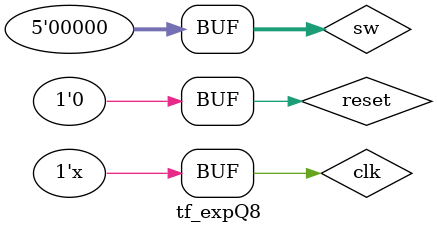
<source format=v>
`timescale 1ns/1ns

module tf_expQ8();

// DATE:     19:52:58 10/08/2014 
// MODULE:   debounce_explicit
// DESIGN:   debounce_explicit
// FILENAME: tf_db_exp.v
// PROJECT:  debounce
// VERSION:  


// Inputs
    reg clk;
    reg reset;
    reg [4:0] sw;


// Outputs
    wire sw_clear;
    wire pos_tick;
    wire neg_tick;
    wire [2:0] kcode;


// Bidirs


// Instantiate the UUT
    buttons uut (
               .clk(clk), 
               .reset(reset), 
               .sw(sw), 
               .sw_clear(sw_clear), 
               .pos_tick(pos_tick),
               .neg_tick(neg_tick),
               .kcode(kcode)
               );


// Initialize Inputs

        initial begin
            clk = 0;
            reset = 0;
            sw = 5'b00000;

		#20000 reset = 1;
		#100 reset = 0;
		//Button 1
		//switch without glitches
		#10000 sw[0] = 1;
		#500_000 sw[0] = 0;

		//Button 2
		//switch with glitches
		//glitch while rising
		#500_000 sw[1] = 1;
		#500 sw[1] = 0;
		#500 sw[1] = 1;
		#500 sw[1] = 0;
		#500 sw[1] = 1;
		#400_000 sw[1] = 0;
		//glitch while falling
		#500 sw[1] = 1;
		#500 sw[1] = 0;
		#500 sw[1] = 1;
		#500 sw[1] = 0;


		//Button 3
		//switch without glitches
		#25_000_000 sw[2] = 1;
		#45_000 sw[2] = 0;



		//Button 4
		//switch with glitches
		//glitch while rising
		#4_000_000 sw[3] = 1;
		#500 sw[3] = 0;
		#500 sw[3] = 1;
		#500 sw[3] = 0;
		#500 sw[3] = 1;
		#45_000 sw[3] = 0;
		//glitch while falling
		#500 sw[3] = 1;
		#500 sw[3] = 0;
		#500 sw[3] = 1;
		#500 sw[3] = 0;        


		//Button 5
		//switch with glitches
		//glitch while rising
		#4000_000 sw[4] = 1;
		#500 sw[4] = 0;
		#500 sw[4] = 1;
		#500 sw[4] = 0;
		#500 sw[4] = 1;
		#45_000 sw[4] = 0;
		//glitch while falling
		#500 sw[4] = 1;
		#500 sw[4] = 0;
		#500 sw[4] = 1;
		#500 sw[4] = 0;        

	   end

always //50MHz
#10 clk = ~clk;


endmodule


</source>
